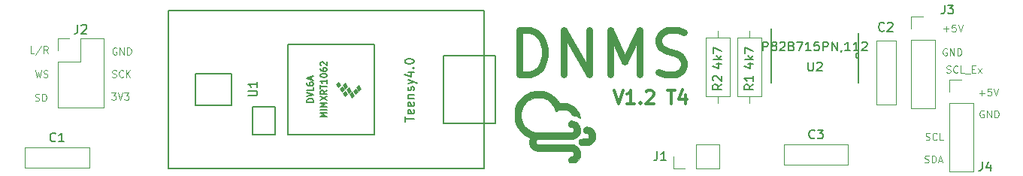
<source format=gbr>
G04 #@! TF.GenerationSoftware,KiCad,Pcbnew,(5.1.4)-1*
G04 #@! TF.CreationDate,2019-09-06T16:55:32+02:00*
G04 #@! TF.ProjectId,DNMS,444e4d53-2e6b-4696-9361-645f70636258,0.9.0*
G04 #@! TF.SameCoordinates,Original*
G04 #@! TF.FileFunction,Legend,Top*
G04 #@! TF.FilePolarity,Positive*
%FSLAX46Y46*%
G04 Gerber Fmt 4.6, Leading zero omitted, Abs format (unit mm)*
G04 Created by KiCad (PCBNEW (5.1.4)-1) date 2019-09-06 16:55:32*
%MOMM*%
%LPD*%
G04 APERTURE LIST*
%ADD10C,0.100000*%
%ADD11C,0.300000*%
%ADD12C,0.750000*%
%ADD13C,0.120000*%
%ADD14C,0.150000*%
%ADD15C,0.010000*%
%ADD16C,0.152400*%
G04 APERTURE END LIST*
D10*
X62826971Y-80321104D02*
X62446019Y-80321104D01*
X62446019Y-79521104D01*
X63665066Y-79483009D02*
X62979352Y-80511580D01*
X64388876Y-80321104D02*
X64122209Y-79940152D01*
X63931733Y-80321104D02*
X63931733Y-79521104D01*
X64236495Y-79521104D01*
X64312685Y-79559200D01*
X64350780Y-79597295D01*
X64388876Y-79673485D01*
X64388876Y-79787771D01*
X64350780Y-79863961D01*
X64312685Y-79902057D01*
X64236495Y-79940152D01*
X63931733Y-79940152D01*
X62953990Y-82264304D02*
X63144466Y-83064304D01*
X63296847Y-82492876D01*
X63449228Y-83064304D01*
X63639704Y-82264304D01*
X63906371Y-83026209D02*
X64020657Y-83064304D01*
X64211133Y-83064304D01*
X64287323Y-83026209D01*
X64325419Y-82988114D01*
X64363514Y-82911923D01*
X64363514Y-82835733D01*
X64325419Y-82759542D01*
X64287323Y-82721447D01*
X64211133Y-82683352D01*
X64058752Y-82645257D01*
X63982561Y-82607161D01*
X63944466Y-82569066D01*
X63906371Y-82492876D01*
X63906371Y-82416685D01*
X63944466Y-82340495D01*
X63982561Y-82302400D01*
X64058752Y-82264304D01*
X64249228Y-82264304D01*
X64363514Y-82302400D01*
X62947628Y-85667809D02*
X63061914Y-85705904D01*
X63252390Y-85705904D01*
X63328580Y-85667809D01*
X63366676Y-85629714D01*
X63404771Y-85553523D01*
X63404771Y-85477333D01*
X63366676Y-85401142D01*
X63328580Y-85363047D01*
X63252390Y-85324952D01*
X63100009Y-85286857D01*
X63023819Y-85248761D01*
X62985723Y-85210666D01*
X62947628Y-85134476D01*
X62947628Y-85058285D01*
X62985723Y-84982095D01*
X63023819Y-84944000D01*
X63100009Y-84905904D01*
X63290485Y-84905904D01*
X63404771Y-84944000D01*
X63747628Y-85705904D02*
X63747628Y-84905904D01*
X63938104Y-84905904D01*
X64052390Y-84944000D01*
X64128580Y-85020190D01*
X64166676Y-85096380D01*
X64204771Y-85248761D01*
X64204771Y-85363047D01*
X64166676Y-85515428D01*
X64128580Y-85591619D01*
X64052390Y-85667809D01*
X63938104Y-85705904D01*
X63747628Y-85705904D01*
D11*
X128191142Y-84522571D02*
X128691142Y-86022571D01*
X129191142Y-84522571D01*
X130476857Y-86022571D02*
X129619714Y-86022571D01*
X130048285Y-86022571D02*
X130048285Y-84522571D01*
X129905428Y-84736857D01*
X129762571Y-84879714D01*
X129619714Y-84951142D01*
X131119714Y-85879714D02*
X131191142Y-85951142D01*
X131119714Y-86022571D01*
X131048285Y-85951142D01*
X131119714Y-85879714D01*
X131119714Y-86022571D01*
X131762571Y-84665428D02*
X131834000Y-84594000D01*
X131976857Y-84522571D01*
X132334000Y-84522571D01*
X132476857Y-84594000D01*
X132548285Y-84665428D01*
X132619714Y-84808285D01*
X132619714Y-84951142D01*
X132548285Y-85165428D01*
X131691142Y-86022571D01*
X132619714Y-86022571D01*
X134191142Y-84522571D02*
X135048285Y-84522571D01*
X134619714Y-86022571D02*
X134619714Y-84522571D01*
X136191142Y-85022571D02*
X136191142Y-86022571D01*
X135834000Y-84451142D02*
X135476857Y-85522571D01*
X136405428Y-85522571D01*
D10*
X71551923Y-84778904D02*
X72047161Y-84778904D01*
X71780495Y-85083666D01*
X71894780Y-85083666D01*
X71970971Y-85121761D01*
X72009066Y-85159857D01*
X72047161Y-85236047D01*
X72047161Y-85426523D01*
X72009066Y-85502714D01*
X71970971Y-85540809D01*
X71894780Y-85578904D01*
X71666209Y-85578904D01*
X71590019Y-85540809D01*
X71551923Y-85502714D01*
X72275733Y-84778904D02*
X72542400Y-85578904D01*
X72809066Y-84778904D01*
X72999542Y-84778904D02*
X73494780Y-84778904D01*
X73228114Y-85083666D01*
X73342400Y-85083666D01*
X73418590Y-85121761D01*
X73456685Y-85159857D01*
X73494780Y-85236047D01*
X73494780Y-85426523D01*
X73456685Y-85502714D01*
X73418590Y-85540809D01*
X73342400Y-85578904D01*
X73113828Y-85578904D01*
X73037638Y-85540809D01*
X72999542Y-85502714D01*
X71615428Y-83000809D02*
X71729714Y-83038904D01*
X71920190Y-83038904D01*
X71996380Y-83000809D01*
X72034476Y-82962714D01*
X72072571Y-82886523D01*
X72072571Y-82810333D01*
X72034476Y-82734142D01*
X71996380Y-82696047D01*
X71920190Y-82657952D01*
X71767809Y-82619857D01*
X71691619Y-82581761D01*
X71653523Y-82543666D01*
X71615428Y-82467476D01*
X71615428Y-82391285D01*
X71653523Y-82315095D01*
X71691619Y-82277000D01*
X71767809Y-82238904D01*
X71958285Y-82238904D01*
X72072571Y-82277000D01*
X72872571Y-82962714D02*
X72834476Y-83000809D01*
X72720190Y-83038904D01*
X72644000Y-83038904D01*
X72529714Y-83000809D01*
X72453523Y-82924619D01*
X72415428Y-82848428D01*
X72377333Y-82696047D01*
X72377333Y-82581761D01*
X72415428Y-82429380D01*
X72453523Y-82353190D01*
X72529714Y-82277000D01*
X72644000Y-82238904D01*
X72720190Y-82238904D01*
X72834476Y-82277000D01*
X72872571Y-82315095D01*
X73215428Y-83038904D02*
X73215428Y-82238904D01*
X73672571Y-83038904D02*
X73329714Y-82581761D01*
X73672571Y-82238904D02*
X73215428Y-82696047D01*
X72110676Y-79737000D02*
X72034485Y-79698904D01*
X71920200Y-79698904D01*
X71805914Y-79737000D01*
X71729723Y-79813190D01*
X71691628Y-79889380D01*
X71653533Y-80041761D01*
X71653533Y-80156047D01*
X71691628Y-80308428D01*
X71729723Y-80384619D01*
X71805914Y-80460809D01*
X71920200Y-80498904D01*
X71996390Y-80498904D01*
X72110676Y-80460809D01*
X72148771Y-80422714D01*
X72148771Y-80156047D01*
X71996390Y-80156047D01*
X72491628Y-80498904D02*
X72491628Y-79698904D01*
X72948771Y-80498904D01*
X72948771Y-79698904D01*
X73329723Y-80498904D02*
X73329723Y-79698904D01*
X73520200Y-79698904D01*
X73634485Y-79737000D01*
X73710676Y-79813190D01*
X73748771Y-79889380D01*
X73786866Y-80041761D01*
X73786866Y-80156047D01*
X73748771Y-80308428D01*
X73710676Y-80384619D01*
X73634485Y-80460809D01*
X73520200Y-80498904D01*
X73329723Y-80498904D01*
X169280028Y-84815342D02*
X169889552Y-84815342D01*
X169584790Y-85120104D02*
X169584790Y-84510580D01*
X170651457Y-84320104D02*
X170270504Y-84320104D01*
X170232409Y-84701057D01*
X170270504Y-84662961D01*
X170346695Y-84624866D01*
X170537171Y-84624866D01*
X170613361Y-84662961D01*
X170651457Y-84701057D01*
X170689552Y-84777247D01*
X170689552Y-84967723D01*
X170651457Y-85043914D01*
X170613361Y-85082009D01*
X170537171Y-85120104D01*
X170346695Y-85120104D01*
X170270504Y-85082009D01*
X170232409Y-85043914D01*
X170918123Y-84320104D02*
X171184790Y-85120104D01*
X171451457Y-84320104D01*
X169800676Y-86796600D02*
X169724485Y-86758504D01*
X169610200Y-86758504D01*
X169495914Y-86796600D01*
X169419723Y-86872790D01*
X169381628Y-86948980D01*
X169343533Y-87101361D01*
X169343533Y-87215647D01*
X169381628Y-87368028D01*
X169419723Y-87444219D01*
X169495914Y-87520409D01*
X169610200Y-87558504D01*
X169686390Y-87558504D01*
X169800676Y-87520409D01*
X169838771Y-87482314D01*
X169838771Y-87215647D01*
X169686390Y-87215647D01*
X170181628Y-87558504D02*
X170181628Y-86758504D01*
X170638771Y-87558504D01*
X170638771Y-86758504D01*
X171019723Y-87558504D02*
X171019723Y-86758504D01*
X171210200Y-86758504D01*
X171324485Y-86796600D01*
X171400676Y-86872790D01*
X171438771Y-86948980D01*
X171476866Y-87101361D01*
X171476866Y-87215647D01*
X171438771Y-87368028D01*
X171400676Y-87444219D01*
X171324485Y-87520409D01*
X171210200Y-87558504D01*
X171019723Y-87558504D01*
X165622542Y-82516609D02*
X165736828Y-82554704D01*
X165927304Y-82554704D01*
X166003495Y-82516609D01*
X166041590Y-82478514D01*
X166079685Y-82402323D01*
X166079685Y-82326133D01*
X166041590Y-82249942D01*
X166003495Y-82211847D01*
X165927304Y-82173752D01*
X165774923Y-82135657D01*
X165698733Y-82097561D01*
X165660638Y-82059466D01*
X165622542Y-81983276D01*
X165622542Y-81907085D01*
X165660638Y-81830895D01*
X165698733Y-81792800D01*
X165774923Y-81754704D01*
X165965400Y-81754704D01*
X166079685Y-81792800D01*
X166879685Y-82478514D02*
X166841590Y-82516609D01*
X166727304Y-82554704D01*
X166651114Y-82554704D01*
X166536828Y-82516609D01*
X166460638Y-82440419D01*
X166422542Y-82364228D01*
X166384447Y-82211847D01*
X166384447Y-82097561D01*
X166422542Y-81945180D01*
X166460638Y-81868990D01*
X166536828Y-81792800D01*
X166651114Y-81754704D01*
X166727304Y-81754704D01*
X166841590Y-81792800D01*
X166879685Y-81830895D01*
X167603495Y-82554704D02*
X167222542Y-82554704D01*
X167222542Y-81754704D01*
X167679685Y-82630895D02*
X168289209Y-82630895D01*
X168479685Y-82135657D02*
X168746352Y-82135657D01*
X168860638Y-82554704D02*
X168479685Y-82554704D01*
X168479685Y-81754704D01*
X168860638Y-81754704D01*
X169127304Y-82554704D02*
X169546352Y-82021371D01*
X169127304Y-82021371D02*
X169546352Y-82554704D01*
X163139571Y-92625809D02*
X163253857Y-92663904D01*
X163444333Y-92663904D01*
X163520523Y-92625809D01*
X163558619Y-92587714D01*
X163596714Y-92511523D01*
X163596714Y-92435333D01*
X163558619Y-92359142D01*
X163520523Y-92321047D01*
X163444333Y-92282952D01*
X163291952Y-92244857D01*
X163215761Y-92206761D01*
X163177666Y-92168666D01*
X163139571Y-92092476D01*
X163139571Y-92016285D01*
X163177666Y-91940095D01*
X163215761Y-91902000D01*
X163291952Y-91863904D01*
X163482428Y-91863904D01*
X163596714Y-91902000D01*
X163939571Y-92663904D02*
X163939571Y-91863904D01*
X164130047Y-91863904D01*
X164244333Y-91902000D01*
X164320523Y-91978190D01*
X164358619Y-92054380D01*
X164396714Y-92206761D01*
X164396714Y-92321047D01*
X164358619Y-92473428D01*
X164320523Y-92549619D01*
X164244333Y-92625809D01*
X164130047Y-92663904D01*
X163939571Y-92663904D01*
X164701476Y-92435333D02*
X165082428Y-92435333D01*
X164625285Y-92663904D02*
X164891952Y-91863904D01*
X165158619Y-92663904D01*
X163260219Y-90085809D02*
X163374504Y-90123904D01*
X163564980Y-90123904D01*
X163641171Y-90085809D01*
X163679266Y-90047714D01*
X163717361Y-89971523D01*
X163717361Y-89895333D01*
X163679266Y-89819142D01*
X163641171Y-89781047D01*
X163564980Y-89742952D01*
X163412600Y-89704857D01*
X163336409Y-89666761D01*
X163298314Y-89628666D01*
X163260219Y-89552476D01*
X163260219Y-89476285D01*
X163298314Y-89400095D01*
X163336409Y-89362000D01*
X163412600Y-89323904D01*
X163603076Y-89323904D01*
X163717361Y-89362000D01*
X164517361Y-90047714D02*
X164479266Y-90085809D01*
X164364980Y-90123904D01*
X164288790Y-90123904D01*
X164174504Y-90085809D01*
X164098314Y-90009619D01*
X164060219Y-89933428D01*
X164022123Y-89781047D01*
X164022123Y-89666761D01*
X164060219Y-89514380D01*
X164098314Y-89438190D01*
X164174504Y-89362000D01*
X164288790Y-89323904D01*
X164364980Y-89323904D01*
X164479266Y-89362000D01*
X164517361Y-89400095D01*
X165241171Y-90123904D02*
X164860219Y-90123904D01*
X164860219Y-89323904D01*
X165635076Y-79837000D02*
X165558885Y-79798904D01*
X165444600Y-79798904D01*
X165330314Y-79837000D01*
X165254123Y-79913190D01*
X165216028Y-79989380D01*
X165177933Y-80141761D01*
X165177933Y-80256047D01*
X165216028Y-80408428D01*
X165254123Y-80484619D01*
X165330314Y-80560809D01*
X165444600Y-80598904D01*
X165520790Y-80598904D01*
X165635076Y-80560809D01*
X165673171Y-80522714D01*
X165673171Y-80256047D01*
X165520790Y-80256047D01*
X166016028Y-80598904D02*
X166016028Y-79798904D01*
X166473171Y-80598904D01*
X166473171Y-79798904D01*
X166854123Y-80598904D02*
X166854123Y-79798904D01*
X167044600Y-79798904D01*
X167158885Y-79837000D01*
X167235076Y-79913190D01*
X167273171Y-79989380D01*
X167311266Y-80141761D01*
X167311266Y-80256047D01*
X167273171Y-80408428D01*
X167235076Y-80484619D01*
X167158885Y-80560809D01*
X167044600Y-80598904D01*
X166854123Y-80598904D01*
X165266828Y-77601742D02*
X165876352Y-77601742D01*
X165571590Y-77906504D02*
X165571590Y-77296980D01*
X166638257Y-77106504D02*
X166257304Y-77106504D01*
X166219209Y-77487457D01*
X166257304Y-77449361D01*
X166333495Y-77411266D01*
X166523971Y-77411266D01*
X166600161Y-77449361D01*
X166638257Y-77487457D01*
X166676352Y-77563647D01*
X166676352Y-77754123D01*
X166638257Y-77830314D01*
X166600161Y-77868409D01*
X166523971Y-77906504D01*
X166333495Y-77906504D01*
X166257304Y-77868409D01*
X166219209Y-77830314D01*
X166904923Y-77106504D02*
X167171590Y-77906504D01*
X167438257Y-77106504D01*
D12*
X117479333Y-82752904D02*
X117479333Y-77752904D01*
X118669809Y-77752904D01*
X119384095Y-77991000D01*
X119860285Y-78467190D01*
X120098380Y-78943380D01*
X120336476Y-79895761D01*
X120336476Y-80610047D01*
X120098380Y-81562428D01*
X119860285Y-82038619D01*
X119384095Y-82514809D01*
X118669809Y-82752904D01*
X117479333Y-82752904D01*
X122479333Y-82752904D02*
X122479333Y-77752904D01*
X125336476Y-82752904D01*
X125336476Y-77752904D01*
X127717428Y-82752904D02*
X127717428Y-77752904D01*
X129384095Y-81324333D01*
X131050761Y-77752904D01*
X131050761Y-82752904D01*
X133193619Y-82514809D02*
X133907904Y-82752904D01*
X135098380Y-82752904D01*
X135574571Y-82514809D01*
X135812666Y-82276714D01*
X136050761Y-81800523D01*
X136050761Y-81324333D01*
X135812666Y-80848142D01*
X135574571Y-80610047D01*
X135098380Y-80371952D01*
X134146000Y-80133857D01*
X133669809Y-79895761D01*
X133431714Y-79657666D01*
X133193619Y-79181476D01*
X133193619Y-78705285D01*
X133431714Y-78229095D01*
X133669809Y-77991000D01*
X134146000Y-77752904D01*
X135336476Y-77752904D01*
X136050761Y-77991000D01*
D13*
X154532200Y-90650200D02*
X154532200Y-92890200D01*
X147292200Y-90650200D02*
X147292200Y-92890200D01*
X147292200Y-92890200D02*
X154532200Y-92890200D01*
X147292200Y-90650200D02*
X154532200Y-90650200D01*
D10*
G36*
X99669600Y-84302600D02*
G01*
X99415600Y-84556600D01*
X99161600Y-84175600D01*
X99415600Y-83921600D01*
X99669600Y-84302600D01*
G37*
X99669600Y-84302600D02*
X99415600Y-84556600D01*
X99161600Y-84175600D01*
X99415600Y-83921600D01*
X99669600Y-84302600D01*
G36*
X99288600Y-84683600D02*
G01*
X99034600Y-84937600D01*
X98780600Y-84556600D01*
X99034600Y-84302600D01*
X99288600Y-84683600D01*
G37*
X99288600Y-84683600D02*
X99034600Y-84937600D01*
X98780600Y-84556600D01*
X99034600Y-84302600D01*
X99288600Y-84683600D01*
G36*
X97383600Y-83921600D02*
G01*
X97129600Y-84175600D01*
X96875600Y-83794600D01*
X97129600Y-83540600D01*
X97383600Y-83921600D01*
G37*
X97383600Y-83921600D02*
X97129600Y-84175600D01*
X96875600Y-83794600D01*
X97129600Y-83540600D01*
X97383600Y-83921600D01*
G36*
X97764600Y-84429600D02*
G01*
X97510600Y-84683600D01*
X97256600Y-84302600D01*
X97510600Y-84048600D01*
X97764600Y-84429600D01*
G37*
X97764600Y-84429600D02*
X97510600Y-84683600D01*
X97256600Y-84302600D01*
X97510600Y-84048600D01*
X97764600Y-84429600D01*
G36*
X98145600Y-84937600D02*
G01*
X97891600Y-85191600D01*
X97637600Y-84810600D01*
X97891600Y-84556600D01*
X98145600Y-84937600D01*
G37*
X98145600Y-84937600D02*
X97891600Y-85191600D01*
X97637600Y-84810600D01*
X97891600Y-84556600D01*
X98145600Y-84937600D01*
G36*
X98145600Y-84048600D02*
G01*
X97891600Y-84302600D01*
X97637600Y-83921600D01*
X97891600Y-83667600D01*
X98145600Y-84048600D01*
G37*
X98145600Y-84048600D02*
X97891600Y-84302600D01*
X97637600Y-83921600D01*
X97891600Y-83667600D01*
X98145600Y-84048600D01*
G36*
X98526600Y-84556600D02*
G01*
X98272600Y-84810600D01*
X98018600Y-84429600D01*
X98272600Y-84175600D01*
X98526600Y-84556600D01*
G37*
X98526600Y-84556600D02*
X98272600Y-84810600D01*
X98018600Y-84429600D01*
X98272600Y-84175600D01*
X98526600Y-84556600D01*
G36*
X98907600Y-85064600D02*
G01*
X98653600Y-85318600D01*
X98399600Y-84937600D01*
X98653600Y-84683600D01*
X98907600Y-85064600D01*
G37*
X98907600Y-85064600D02*
X98653600Y-85318600D01*
X98399600Y-84937600D01*
X98653600Y-84683600D01*
X98907600Y-85064600D01*
D14*
X90017600Y-86334600D02*
X90017600Y-89509600D01*
X87477600Y-86334600D02*
X90017600Y-86334600D01*
X87477600Y-89509600D02*
X87477600Y-86334600D01*
X90017600Y-89509600D02*
X87477600Y-89509600D01*
X113512600Y-75539600D02*
X113512600Y-93319600D01*
X77952600Y-75539600D02*
X113512600Y-75539600D01*
X77952600Y-93319600D02*
X77952600Y-75539600D01*
X113512600Y-93319600D02*
X77952600Y-93319600D01*
X91414600Y-79349600D02*
X101193600Y-79349600D01*
X91414600Y-89509600D02*
X101193600Y-89509600D01*
X101193600Y-89509600D02*
X101193600Y-79349600D01*
X91414600Y-79349600D02*
X91414600Y-89509600D01*
X85064600Y-86207600D02*
X81000600Y-86207600D01*
X85064600Y-82651600D02*
X85064600Y-86207600D01*
X81000600Y-82651600D02*
X85064600Y-82651600D01*
X81000600Y-86207600D02*
X81000600Y-82651600D01*
X108940600Y-80619600D02*
X113512600Y-80619600D01*
X108940600Y-88239600D02*
X113512600Y-88239600D01*
X108940600Y-80619600D02*
X108940600Y-88239600D01*
X114782600Y-88239600D02*
X113512600Y-88239600D01*
X114782600Y-80619600D02*
X114782600Y-88239600D01*
X113512600Y-80619600D02*
X114782600Y-80619600D01*
D13*
X65472000Y-78680000D02*
X66802000Y-78680000D01*
X65472000Y-80010000D02*
X65472000Y-78680000D01*
X68072000Y-78680000D02*
X70672000Y-78680000D01*
X68072000Y-81280000D02*
X68072000Y-78680000D01*
X65472000Y-81280000D02*
X68072000Y-81280000D01*
X70672000Y-78680000D02*
X70672000Y-86420000D01*
X65472000Y-81280000D02*
X65472000Y-86420000D01*
X65472000Y-86420000D02*
X70672000Y-86420000D01*
X157707800Y-78917600D02*
X159947800Y-78917600D01*
X157707800Y-86157600D02*
X159947800Y-86157600D01*
X159947800Y-86157600D02*
X159947800Y-78917600D01*
X157707800Y-86157600D02*
X157707800Y-78917600D01*
X69035800Y-90980400D02*
X69035800Y-93220400D01*
X61795800Y-90980400D02*
X61795800Y-93220400D01*
X61795800Y-93220400D02*
X69035800Y-93220400D01*
X61795800Y-90980400D02*
X69035800Y-90980400D01*
D15*
G36*
X125245429Y-88633740D02*
G01*
X125361483Y-88672012D01*
X125587414Y-88780127D01*
X125767540Y-88919529D01*
X125916516Y-89102100D01*
X125943053Y-89143528D01*
X125977482Y-89210671D01*
X126000380Y-89289588D01*
X126014816Y-89396584D01*
X126023860Y-89547968D01*
X126025086Y-89579396D01*
X126027066Y-89782801D01*
X126013032Y-89940347D01*
X125978765Y-90068572D01*
X125920047Y-90184011D01*
X125844085Y-90289050D01*
X125763277Y-90386765D01*
X125696138Y-90454704D01*
X125621535Y-90510392D01*
X125518334Y-90571355D01*
X125474425Y-90595604D01*
X125406744Y-90630562D01*
X125343835Y-90655035D01*
X125271966Y-90671211D01*
X125177406Y-90681276D01*
X125046426Y-90687419D01*
X124871175Y-90691707D01*
X124704259Y-90693029D01*
X124555778Y-90690356D01*
X124439477Y-90684213D01*
X124369103Y-90675125D01*
X124359622Y-90672175D01*
X124256093Y-90596387D01*
X124186647Y-90482656D01*
X124155067Y-90348846D01*
X124165139Y-90212820D01*
X124220648Y-90092444D01*
X124233413Y-90076507D01*
X124268982Y-90038488D01*
X124306856Y-90012464D01*
X124359969Y-89995385D01*
X124441258Y-89984203D01*
X124563659Y-89975866D01*
X124685851Y-89969852D01*
X124901053Y-89955732D01*
X125060659Y-89933541D01*
X125172456Y-89899082D01*
X125244231Y-89848155D01*
X125283768Y-89776563D01*
X125298854Y-89680107D01*
X125299800Y-89638819D01*
X125272801Y-89518833D01*
X125200914Y-89425744D01*
X125097801Y-89374122D01*
X125046126Y-89368300D01*
X124946587Y-89350398D01*
X124862120Y-89312750D01*
X124751492Y-89226616D01*
X124690580Y-89133804D01*
X124667315Y-89012979D01*
X124665856Y-88965799D01*
X124669489Y-88863960D01*
X124690243Y-88797976D01*
X124740416Y-88740386D01*
X124783159Y-88703861D01*
X124913875Y-88628955D01*
X125065747Y-88605703D01*
X125245429Y-88633740D01*
X125245429Y-88633740D01*
G37*
X125245429Y-88633740D02*
X125361483Y-88672012D01*
X125587414Y-88780127D01*
X125767540Y-88919529D01*
X125916516Y-89102100D01*
X125943053Y-89143528D01*
X125977482Y-89210671D01*
X126000380Y-89289588D01*
X126014816Y-89396584D01*
X126023860Y-89547968D01*
X126025086Y-89579396D01*
X126027066Y-89782801D01*
X126013032Y-89940347D01*
X125978765Y-90068572D01*
X125920047Y-90184011D01*
X125844085Y-90289050D01*
X125763277Y-90386765D01*
X125696138Y-90454704D01*
X125621535Y-90510392D01*
X125518334Y-90571355D01*
X125474425Y-90595604D01*
X125406744Y-90630562D01*
X125343835Y-90655035D01*
X125271966Y-90671211D01*
X125177406Y-90681276D01*
X125046426Y-90687419D01*
X124871175Y-90691707D01*
X124704259Y-90693029D01*
X124555778Y-90690356D01*
X124439477Y-90684213D01*
X124369103Y-90675125D01*
X124359622Y-90672175D01*
X124256093Y-90596387D01*
X124186647Y-90482656D01*
X124155067Y-90348846D01*
X124165139Y-90212820D01*
X124220648Y-90092444D01*
X124233413Y-90076507D01*
X124268982Y-90038488D01*
X124306856Y-90012464D01*
X124359969Y-89995385D01*
X124441258Y-89984203D01*
X124563659Y-89975866D01*
X124685851Y-89969852D01*
X124901053Y-89955732D01*
X125060659Y-89933541D01*
X125172456Y-89899082D01*
X125244231Y-89848155D01*
X125283768Y-89776563D01*
X125298854Y-89680107D01*
X125299800Y-89638819D01*
X125272801Y-89518833D01*
X125200914Y-89425744D01*
X125097801Y-89374122D01*
X125046126Y-89368300D01*
X124946587Y-89350398D01*
X124862120Y-89312750D01*
X124751492Y-89226616D01*
X124690580Y-89133804D01*
X124667315Y-89012979D01*
X124665856Y-88965799D01*
X124669489Y-88863960D01*
X124690243Y-88797976D01*
X124740416Y-88740386D01*
X124783159Y-88703861D01*
X124913875Y-88628955D01*
X125065747Y-88605703D01*
X125245429Y-88633740D01*
G36*
X119923959Y-84613785D02*
G01*
X120172561Y-84636623D01*
X120386919Y-84672640D01*
X120555714Y-84720161D01*
X120622696Y-84749368D01*
X120692621Y-84782081D01*
X120736859Y-84796097D01*
X120737216Y-84796104D01*
X120774244Y-84811125D01*
X120852235Y-84851196D01*
X120957457Y-84909111D01*
X121014399Y-84941590D01*
X121236402Y-85089034D01*
X121459445Y-85271646D01*
X121664931Y-85472369D01*
X121834260Y-85674149D01*
X121872887Y-85728851D01*
X122009754Y-85932147D01*
X122313339Y-85930727D01*
X122504246Y-85936491D01*
X122692030Y-85953917D01*
X122859861Y-85980583D01*
X122990908Y-86014069D01*
X123043657Y-86035781D01*
X123100056Y-86063429D01*
X123189620Y-86105470D01*
X123247784Y-86132195D01*
X123327139Y-86175548D01*
X123429992Y-86241610D01*
X123544125Y-86321235D01*
X123657318Y-86405275D01*
X123757353Y-86484581D01*
X123832011Y-86550007D01*
X123869073Y-86592403D01*
X123871050Y-86598819D01*
X123890690Y-86635939D01*
X123938755Y-86695464D01*
X123946550Y-86703997D01*
X124011268Y-86788867D01*
X124087053Y-86910429D01*
X124163897Y-87049800D01*
X124231794Y-87188099D01*
X124280735Y-87306443D01*
X124298498Y-87368050D01*
X124323177Y-87466433D01*
X124353860Y-87549281D01*
X124354488Y-87550564D01*
X124376583Y-87615165D01*
X124356993Y-87639394D01*
X124292734Y-87623786D01*
X124198702Y-87578502D01*
X124026880Y-87491214D01*
X123888513Y-87432033D01*
X123764344Y-87393660D01*
X123652356Y-87371440D01*
X123531175Y-87341992D01*
X123455839Y-87295699D01*
X123433770Y-87269314D01*
X123300012Y-87099473D01*
X123150771Y-86960316D01*
X122970406Y-86839610D01*
X122743273Y-86725117D01*
X122731023Y-86719611D01*
X122667190Y-86704963D01*
X122557848Y-86693453D01*
X122420967Y-86686627D01*
X122334148Y-86685425D01*
X122160775Y-86688923D01*
X122027541Y-86703180D01*
X121911288Y-86733836D01*
X121788860Y-86786533D01*
X121675401Y-86845902D01*
X121604118Y-86881842D01*
X121569066Y-86879232D01*
X121551694Y-86828600D01*
X121543205Y-86778397D01*
X121508230Y-86655521D01*
X121442673Y-86501974D01*
X121356219Y-86336187D01*
X121258555Y-86176586D01*
X121159369Y-86041600D01*
X121150182Y-86030683D01*
X120979183Y-85853786D01*
X120787607Y-85694552D01*
X120595515Y-85568846D01*
X120513028Y-85526885D01*
X120415670Y-85481849D01*
X120336169Y-85443768D01*
X120309773Y-85430418D01*
X120209336Y-85395612D01*
X120061090Y-85368065D01*
X119880477Y-85349394D01*
X119682935Y-85341216D01*
X119491904Y-85344728D01*
X119184578Y-85379443D01*
X118913459Y-85453447D01*
X118660968Y-85572273D01*
X118549425Y-85641388D01*
X118427972Y-85733938D01*
X118295671Y-85853822D01*
X118167544Y-85985469D01*
X118058611Y-86113306D01*
X117983893Y-86221763D01*
X117976721Y-86235092D01*
X117937069Y-86306695D01*
X117907784Y-86349642D01*
X117905259Y-86352050D01*
X117879002Y-86394191D01*
X117841090Y-86479462D01*
X117798195Y-86590195D01*
X117756987Y-86708721D01*
X117724137Y-86817371D01*
X117713471Y-86860050D01*
X117693896Y-86990786D01*
X117684201Y-87152879D01*
X117683598Y-87331787D01*
X117691302Y-87512964D01*
X117706527Y-87681866D01*
X117728486Y-87823951D01*
X117756395Y-87924674D01*
X117772662Y-87955425D01*
X117798924Y-88004602D01*
X117832893Y-88084131D01*
X117838364Y-88098300D01*
X117949576Y-88319614D01*
X118109764Y-88540391D01*
X118305873Y-88746503D01*
X118524849Y-88923824D01*
X118701224Y-89032060D01*
X118789355Y-89078142D01*
X118869539Y-89117940D01*
X118946984Y-89151914D01*
X119026898Y-89180526D01*
X119114488Y-89204236D01*
X119214960Y-89223504D01*
X119333524Y-89238792D01*
X119475386Y-89250559D01*
X119645753Y-89259266D01*
X119849834Y-89265375D01*
X120092835Y-89269345D01*
X120379964Y-89271637D01*
X120716429Y-89272712D01*
X121107436Y-89273030D01*
X121425684Y-89273050D01*
X123449027Y-89273050D01*
X123533038Y-89195191D01*
X123591292Y-89123731D01*
X123614714Y-89036612D01*
X123617050Y-88978475D01*
X123594508Y-88847260D01*
X123524599Y-88755060D01*
X123403892Y-88698337D01*
X123330943Y-88683271D01*
X123172999Y-88629740D01*
X123085237Y-88564330D01*
X123021521Y-88495265D01*
X122991341Y-88427946D01*
X122983122Y-88333134D01*
X122983106Y-88306384D01*
X122999959Y-88165724D01*
X123055416Y-88063600D01*
X123160090Y-87983704D01*
X123209659Y-87958286D01*
X123271024Y-87932022D01*
X123325382Y-87921149D01*
X123391944Y-87926086D01*
X123489920Y-87947252D01*
X123564365Y-87966015D01*
X123823559Y-88059602D01*
X124034853Y-88194421D01*
X124196962Y-88368834D01*
X124308599Y-88581203D01*
X124368479Y-88829888D01*
X124379050Y-89003933D01*
X124375767Y-89127624D01*
X124367026Y-89225327D01*
X124354488Y-89280979D01*
X124349742Y-89287415D01*
X124322070Y-89329072D01*
X124300917Y-89394394D01*
X124260892Y-89483310D01*
X124182542Y-89592465D01*
X124079962Y-89706260D01*
X123967245Y-89809093D01*
X123858487Y-89885365D01*
X123856152Y-89886678D01*
X123801447Y-89916007D01*
X123746677Y-89941198D01*
X123686781Y-89962568D01*
X123616696Y-89980428D01*
X123531359Y-89995093D01*
X123425709Y-90006876D01*
X123294681Y-90016091D01*
X123133214Y-90023051D01*
X122936244Y-90028071D01*
X122698711Y-90031463D01*
X122415550Y-90033542D01*
X122081699Y-90034620D01*
X121692097Y-90035013D01*
X121461123Y-90035050D01*
X119530572Y-90035050D01*
X119446561Y-90112908D01*
X119379847Y-90214523D01*
X119360982Y-90337951D01*
X119390946Y-90462161D01*
X119427491Y-90521795D01*
X119492432Y-90604355D01*
X121546803Y-90613390D01*
X123601175Y-90622425D01*
X123798876Y-90728887D01*
X124016316Y-90877562D01*
X124185336Y-91058392D01*
X124304660Y-91263283D01*
X124373012Y-91484140D01*
X124389116Y-91712868D01*
X124351695Y-91941371D01*
X124259473Y-92161556D01*
X124111173Y-92365327D01*
X124064475Y-92413450D01*
X123905879Y-92541683D01*
X123735011Y-92622900D01*
X123535642Y-92663182D01*
X123379209Y-92670300D01*
X123257111Y-92667986D01*
X123178715Y-92657288D01*
X123124281Y-92632569D01*
X123074070Y-92588191D01*
X123067365Y-92581250D01*
X123012119Y-92509321D01*
X122987064Y-92427980D01*
X122982050Y-92333190D01*
X123001036Y-92198584D01*
X123062401Y-92096003D01*
X123172749Y-92018651D01*
X123338686Y-91959731D01*
X123347175Y-91957506D01*
X123455006Y-91922829D01*
X123540109Y-91883318D01*
X123577362Y-91854524D01*
X123605713Y-91778806D01*
X123615970Y-91672084D01*
X123607410Y-91564434D01*
X123585970Y-91496802D01*
X123569726Y-91471169D01*
X123547368Y-91449192D01*
X123514217Y-91430590D01*
X123465594Y-91415082D01*
X123396820Y-91402390D01*
X123303216Y-91392232D01*
X123180103Y-91384328D01*
X123022801Y-91378398D01*
X122826633Y-91374163D01*
X122586918Y-91371341D01*
X122298979Y-91369653D01*
X121958135Y-91368819D01*
X121559708Y-91368558D01*
X121444107Y-91368550D01*
X121020718Y-91368449D01*
X120655840Y-91367854D01*
X120344482Y-91366321D01*
X120081656Y-91363408D01*
X119862372Y-91358671D01*
X119681640Y-91351668D01*
X119534470Y-91341957D01*
X119415875Y-91329094D01*
X119320863Y-91312637D01*
X119244445Y-91292143D01*
X119181632Y-91267170D01*
X119127434Y-91237275D01*
X119076862Y-91202015D01*
X119024926Y-91160948D01*
X119015221Y-91153046D01*
X118875559Y-91031604D01*
X118780495Y-90928587D01*
X118719356Y-90831154D01*
X118692938Y-90765300D01*
X118661376Y-90683407D01*
X118631876Y-90628163D01*
X118628464Y-90624012D01*
X118610275Y-90570853D01*
X118601254Y-90473203D01*
X118600783Y-90349313D01*
X118608243Y-90217432D01*
X118623015Y-90095813D01*
X118644480Y-90002705D01*
X118650034Y-89987870D01*
X118678799Y-89912315D01*
X118690651Y-89867170D01*
X118689722Y-89862484D01*
X118657788Y-89846586D01*
X118585903Y-89812995D01*
X118521175Y-89783352D01*
X118266541Y-89646837D01*
X118012051Y-89472789D01*
X117773131Y-89274048D01*
X117565205Y-89063453D01*
X117403697Y-88853845D01*
X117402735Y-88852363D01*
X117349406Y-88771843D01*
X117310073Y-88715636D01*
X117298775Y-88701550D01*
X117277727Y-88666649D01*
X117238725Y-88590811D01*
X117192465Y-88495175D01*
X117141087Y-88387279D01*
X117096680Y-88295898D01*
X117071637Y-88246202D01*
X117032310Y-88136440D01*
X116999959Y-87976565D01*
X116975187Y-87779643D01*
X116958601Y-87558741D01*
X116950804Y-87326924D01*
X116952402Y-87097260D01*
X116964000Y-86882813D01*
X116986202Y-86696652D01*
X116997177Y-86637790D01*
X117101076Y-86292873D01*
X117262025Y-85959817D01*
X117473719Y-85646164D01*
X117729853Y-85359460D01*
X118024125Y-85107247D01*
X118350228Y-84897070D01*
X118525309Y-84809160D01*
X118743702Y-84722583D01*
X118968654Y-84662035D01*
X119215990Y-84624661D01*
X119501531Y-84607607D01*
X119652431Y-84605799D01*
X119923959Y-84613785D01*
X119923959Y-84613785D01*
G37*
X119923959Y-84613785D02*
X120172561Y-84636623D01*
X120386919Y-84672640D01*
X120555714Y-84720161D01*
X120622696Y-84749368D01*
X120692621Y-84782081D01*
X120736859Y-84796097D01*
X120737216Y-84796104D01*
X120774244Y-84811125D01*
X120852235Y-84851196D01*
X120957457Y-84909111D01*
X121014399Y-84941590D01*
X121236402Y-85089034D01*
X121459445Y-85271646D01*
X121664931Y-85472369D01*
X121834260Y-85674149D01*
X121872887Y-85728851D01*
X122009754Y-85932147D01*
X122313339Y-85930727D01*
X122504246Y-85936491D01*
X122692030Y-85953917D01*
X122859861Y-85980583D01*
X122990908Y-86014069D01*
X123043657Y-86035781D01*
X123100056Y-86063429D01*
X123189620Y-86105470D01*
X123247784Y-86132195D01*
X123327139Y-86175548D01*
X123429992Y-86241610D01*
X123544125Y-86321235D01*
X123657318Y-86405275D01*
X123757353Y-86484581D01*
X123832011Y-86550007D01*
X123869073Y-86592403D01*
X123871050Y-86598819D01*
X123890690Y-86635939D01*
X123938755Y-86695464D01*
X123946550Y-86703997D01*
X124011268Y-86788867D01*
X124087053Y-86910429D01*
X124163897Y-87049800D01*
X124231794Y-87188099D01*
X124280735Y-87306443D01*
X124298498Y-87368050D01*
X124323177Y-87466433D01*
X124353860Y-87549281D01*
X124354488Y-87550564D01*
X124376583Y-87615165D01*
X124356993Y-87639394D01*
X124292734Y-87623786D01*
X124198702Y-87578502D01*
X124026880Y-87491214D01*
X123888513Y-87432033D01*
X123764344Y-87393660D01*
X123652356Y-87371440D01*
X123531175Y-87341992D01*
X123455839Y-87295699D01*
X123433770Y-87269314D01*
X123300012Y-87099473D01*
X123150771Y-86960316D01*
X122970406Y-86839610D01*
X122743273Y-86725117D01*
X122731023Y-86719611D01*
X122667190Y-86704963D01*
X122557848Y-86693453D01*
X122420967Y-86686627D01*
X122334148Y-86685425D01*
X122160775Y-86688923D01*
X122027541Y-86703180D01*
X121911288Y-86733836D01*
X121788860Y-86786533D01*
X121675401Y-86845902D01*
X121604118Y-86881842D01*
X121569066Y-86879232D01*
X121551694Y-86828600D01*
X121543205Y-86778397D01*
X121508230Y-86655521D01*
X121442673Y-86501974D01*
X121356219Y-86336187D01*
X121258555Y-86176586D01*
X121159369Y-86041600D01*
X121150182Y-86030683D01*
X120979183Y-85853786D01*
X120787607Y-85694552D01*
X120595515Y-85568846D01*
X120513028Y-85526885D01*
X120415670Y-85481849D01*
X120336169Y-85443768D01*
X120309773Y-85430418D01*
X120209336Y-85395612D01*
X120061090Y-85368065D01*
X119880477Y-85349394D01*
X119682935Y-85341216D01*
X119491904Y-85344728D01*
X119184578Y-85379443D01*
X118913459Y-85453447D01*
X118660968Y-85572273D01*
X118549425Y-85641388D01*
X118427972Y-85733938D01*
X118295671Y-85853822D01*
X118167544Y-85985469D01*
X118058611Y-86113306D01*
X117983893Y-86221763D01*
X117976721Y-86235092D01*
X117937069Y-86306695D01*
X117907784Y-86349642D01*
X117905259Y-86352050D01*
X117879002Y-86394191D01*
X117841090Y-86479462D01*
X117798195Y-86590195D01*
X117756987Y-86708721D01*
X117724137Y-86817371D01*
X117713471Y-86860050D01*
X117693896Y-86990786D01*
X117684201Y-87152879D01*
X117683598Y-87331787D01*
X117691302Y-87512964D01*
X117706527Y-87681866D01*
X117728486Y-87823951D01*
X117756395Y-87924674D01*
X117772662Y-87955425D01*
X117798924Y-88004602D01*
X117832893Y-88084131D01*
X117838364Y-88098300D01*
X117949576Y-88319614D01*
X118109764Y-88540391D01*
X118305873Y-88746503D01*
X118524849Y-88923824D01*
X118701224Y-89032060D01*
X118789355Y-89078142D01*
X118869539Y-89117940D01*
X118946984Y-89151914D01*
X119026898Y-89180526D01*
X119114488Y-89204236D01*
X119214960Y-89223504D01*
X119333524Y-89238792D01*
X119475386Y-89250559D01*
X119645753Y-89259266D01*
X119849834Y-89265375D01*
X120092835Y-89269345D01*
X120379964Y-89271637D01*
X120716429Y-89272712D01*
X121107436Y-89273030D01*
X121425684Y-89273050D01*
X123449027Y-89273050D01*
X123533038Y-89195191D01*
X123591292Y-89123731D01*
X123614714Y-89036612D01*
X123617050Y-88978475D01*
X123594508Y-88847260D01*
X123524599Y-88755060D01*
X123403892Y-88698337D01*
X123330943Y-88683271D01*
X123172999Y-88629740D01*
X123085237Y-88564330D01*
X123021521Y-88495265D01*
X122991341Y-88427946D01*
X122983122Y-88333134D01*
X122983106Y-88306384D01*
X122999959Y-88165724D01*
X123055416Y-88063600D01*
X123160090Y-87983704D01*
X123209659Y-87958286D01*
X123271024Y-87932022D01*
X123325382Y-87921149D01*
X123391944Y-87926086D01*
X123489920Y-87947252D01*
X123564365Y-87966015D01*
X123823559Y-88059602D01*
X124034853Y-88194421D01*
X124196962Y-88368834D01*
X124308599Y-88581203D01*
X124368479Y-88829888D01*
X124379050Y-89003933D01*
X124375767Y-89127624D01*
X124367026Y-89225327D01*
X124354488Y-89280979D01*
X124349742Y-89287415D01*
X124322070Y-89329072D01*
X124300917Y-89394394D01*
X124260892Y-89483310D01*
X124182542Y-89592465D01*
X124079962Y-89706260D01*
X123967245Y-89809093D01*
X123858487Y-89885365D01*
X123856152Y-89886678D01*
X123801447Y-89916007D01*
X123746677Y-89941198D01*
X123686781Y-89962568D01*
X123616696Y-89980428D01*
X123531359Y-89995093D01*
X123425709Y-90006876D01*
X123294681Y-90016091D01*
X123133214Y-90023051D01*
X122936244Y-90028071D01*
X122698711Y-90031463D01*
X122415550Y-90033542D01*
X122081699Y-90034620D01*
X121692097Y-90035013D01*
X121461123Y-90035050D01*
X119530572Y-90035050D01*
X119446561Y-90112908D01*
X119379847Y-90214523D01*
X119360982Y-90337951D01*
X119390946Y-90462161D01*
X119427491Y-90521795D01*
X119492432Y-90604355D01*
X121546803Y-90613390D01*
X123601175Y-90622425D01*
X123798876Y-90728887D01*
X124016316Y-90877562D01*
X124185336Y-91058392D01*
X124304660Y-91263283D01*
X124373012Y-91484140D01*
X124389116Y-91712868D01*
X124351695Y-91941371D01*
X124259473Y-92161556D01*
X124111173Y-92365327D01*
X124064475Y-92413450D01*
X123905879Y-92541683D01*
X123735011Y-92622900D01*
X123535642Y-92663182D01*
X123379209Y-92670300D01*
X123257111Y-92667986D01*
X123178715Y-92657288D01*
X123124281Y-92632569D01*
X123074070Y-92588191D01*
X123067365Y-92581250D01*
X123012119Y-92509321D01*
X122987064Y-92427980D01*
X122982050Y-92333190D01*
X123001036Y-92198584D01*
X123062401Y-92096003D01*
X123172749Y-92018651D01*
X123338686Y-91959731D01*
X123347175Y-91957506D01*
X123455006Y-91922829D01*
X123540109Y-91883318D01*
X123577362Y-91854524D01*
X123605713Y-91778806D01*
X123615970Y-91672084D01*
X123607410Y-91564434D01*
X123585970Y-91496802D01*
X123569726Y-91471169D01*
X123547368Y-91449192D01*
X123514217Y-91430590D01*
X123465594Y-91415082D01*
X123396820Y-91402390D01*
X123303216Y-91392232D01*
X123180103Y-91384328D01*
X123022801Y-91378398D01*
X122826633Y-91374163D01*
X122586918Y-91371341D01*
X122298979Y-91369653D01*
X121958135Y-91368819D01*
X121559708Y-91368558D01*
X121444107Y-91368550D01*
X121020718Y-91368449D01*
X120655840Y-91367854D01*
X120344482Y-91366321D01*
X120081656Y-91363408D01*
X119862372Y-91358671D01*
X119681640Y-91351668D01*
X119534470Y-91341957D01*
X119415875Y-91329094D01*
X119320863Y-91312637D01*
X119244445Y-91292143D01*
X119181632Y-91267170D01*
X119127434Y-91237275D01*
X119076862Y-91202015D01*
X119024926Y-91160948D01*
X119015221Y-91153046D01*
X118875559Y-91031604D01*
X118780495Y-90928587D01*
X118719356Y-90831154D01*
X118692938Y-90765300D01*
X118661376Y-90683407D01*
X118631876Y-90628163D01*
X118628464Y-90624012D01*
X118610275Y-90570853D01*
X118601254Y-90473203D01*
X118600783Y-90349313D01*
X118608243Y-90217432D01*
X118623015Y-90095813D01*
X118644480Y-90002705D01*
X118650034Y-89987870D01*
X118678799Y-89912315D01*
X118690651Y-89867170D01*
X118689722Y-89862484D01*
X118657788Y-89846586D01*
X118585903Y-89812995D01*
X118521175Y-89783352D01*
X118266541Y-89646837D01*
X118012051Y-89472789D01*
X117773131Y-89274048D01*
X117565205Y-89063453D01*
X117403697Y-88853845D01*
X117402735Y-88852363D01*
X117349406Y-88771843D01*
X117310073Y-88715636D01*
X117298775Y-88701550D01*
X117277727Y-88666649D01*
X117238725Y-88590811D01*
X117192465Y-88495175D01*
X117141087Y-88387279D01*
X117096680Y-88295898D01*
X117071637Y-88246202D01*
X117032310Y-88136440D01*
X116999959Y-87976565D01*
X116975187Y-87779643D01*
X116958601Y-87558741D01*
X116950804Y-87326924D01*
X116952402Y-87097260D01*
X116964000Y-86882813D01*
X116986202Y-86696652D01*
X116997177Y-86637790D01*
X117101076Y-86292873D01*
X117262025Y-85959817D01*
X117473719Y-85646164D01*
X117729853Y-85359460D01*
X118024125Y-85107247D01*
X118350228Y-84897070D01*
X118525309Y-84809160D01*
X118743702Y-84722583D01*
X118968654Y-84662035D01*
X119215990Y-84624661D01*
X119501531Y-84607607D01*
X119652431Y-84605799D01*
X119923959Y-84613785D01*
D13*
X165956000Y-83352000D02*
X167286000Y-83352000D01*
X165956000Y-84682000D02*
X165956000Y-83352000D01*
X165956000Y-85952000D02*
X168616000Y-85952000D01*
X168616000Y-85952000D02*
X168616000Y-93632000D01*
X165956000Y-85952000D02*
X165956000Y-93632000D01*
X165956000Y-93632000D02*
X168616000Y-93632000D01*
X161638000Y-76240000D02*
X162968000Y-76240000D01*
X161638000Y-77570000D02*
X161638000Y-76240000D01*
X161638000Y-78840000D02*
X164298000Y-78840000D01*
X164298000Y-78840000D02*
X164298000Y-86520000D01*
X161638000Y-78840000D02*
X161638000Y-86520000D01*
X161638000Y-86520000D02*
X164298000Y-86520000D01*
X134814000Y-93278000D02*
X134814000Y-91948000D01*
X136144000Y-93278000D02*
X134814000Y-93278000D01*
X137414000Y-93278000D02*
X137414000Y-90618000D01*
X137414000Y-90618000D02*
X140014000Y-90618000D01*
X137414000Y-93278000D02*
X140014000Y-93278000D01*
X140014000Y-93278000D02*
X140014000Y-90618000D01*
D16*
X145873800Y-77544600D02*
X145873800Y-83691400D01*
X155678200Y-83691400D02*
X155678200Y-80922800D01*
X155678200Y-80922800D02*
X155678200Y-80313200D01*
X155678200Y-80313200D02*
X155678200Y-78103400D01*
X155678200Y-80922800D02*
G75*
G02X155678200Y-80313200I0J304800D01*
G01*
D13*
X139854000Y-77848000D02*
X139854000Y-78618000D01*
X139854000Y-85928000D02*
X139854000Y-85158000D01*
X138484000Y-78618000D02*
X138484000Y-85158000D01*
X141224000Y-78618000D02*
X138484000Y-78618000D01*
X141224000Y-85158000D02*
X141224000Y-78618000D01*
X138484000Y-85158000D02*
X141224000Y-85158000D01*
X143410000Y-77848000D02*
X143410000Y-78618000D01*
X143410000Y-85928000D02*
X143410000Y-85158000D01*
X142040000Y-78618000D02*
X142040000Y-85158000D01*
X144780000Y-78618000D02*
X142040000Y-78618000D01*
X144780000Y-85158000D02*
X144780000Y-78618000D01*
X142040000Y-85158000D02*
X144780000Y-85158000D01*
D14*
X150745533Y-89877342D02*
X150697914Y-89924961D01*
X150555057Y-89972580D01*
X150459819Y-89972580D01*
X150316961Y-89924961D01*
X150221723Y-89829723D01*
X150174104Y-89734485D01*
X150126485Y-89544009D01*
X150126485Y-89401152D01*
X150174104Y-89210676D01*
X150221723Y-89115438D01*
X150316961Y-89020200D01*
X150459819Y-88972580D01*
X150555057Y-88972580D01*
X150697914Y-89020200D01*
X150745533Y-89067819D01*
X151078866Y-88972580D02*
X151697914Y-88972580D01*
X151364580Y-89353533D01*
X151507438Y-89353533D01*
X151602676Y-89401152D01*
X151650295Y-89448771D01*
X151697914Y-89544009D01*
X151697914Y-89782104D01*
X151650295Y-89877342D01*
X151602676Y-89924961D01*
X151507438Y-89972580D01*
X151221723Y-89972580D01*
X151126485Y-89924961D01*
X151078866Y-89877342D01*
X86955380Y-85140704D02*
X87764904Y-85140704D01*
X87860142Y-85093085D01*
X87907761Y-85045466D01*
X87955380Y-84950228D01*
X87955380Y-84759752D01*
X87907761Y-84664514D01*
X87860142Y-84616895D01*
X87764904Y-84569276D01*
X86955380Y-84569276D01*
X87955380Y-83569276D02*
X87955380Y-84140704D01*
X87955380Y-83854990D02*
X86955380Y-83854990D01*
X87098238Y-83950228D01*
X87193476Y-84045466D01*
X87241095Y-84140704D01*
X104608380Y-88026428D02*
X104608380Y-87455000D01*
X105608380Y-87740714D02*
X104608380Y-87740714D01*
X105560761Y-86740714D02*
X105608380Y-86835952D01*
X105608380Y-87026428D01*
X105560761Y-87121666D01*
X105465523Y-87169285D01*
X105084571Y-87169285D01*
X104989333Y-87121666D01*
X104941714Y-87026428D01*
X104941714Y-86835952D01*
X104989333Y-86740714D01*
X105084571Y-86693095D01*
X105179809Y-86693095D01*
X105275047Y-87169285D01*
X105560761Y-85883571D02*
X105608380Y-85978809D01*
X105608380Y-86169285D01*
X105560761Y-86264523D01*
X105465523Y-86312142D01*
X105084571Y-86312142D01*
X104989333Y-86264523D01*
X104941714Y-86169285D01*
X104941714Y-85978809D01*
X104989333Y-85883571D01*
X105084571Y-85835952D01*
X105179809Y-85835952D01*
X105275047Y-86312142D01*
X104941714Y-85407380D02*
X105608380Y-85407380D01*
X105036952Y-85407380D02*
X104989333Y-85359761D01*
X104941714Y-85264523D01*
X104941714Y-85121666D01*
X104989333Y-85026428D01*
X105084571Y-84978809D01*
X105608380Y-84978809D01*
X105560761Y-84550238D02*
X105608380Y-84455000D01*
X105608380Y-84264523D01*
X105560761Y-84169285D01*
X105465523Y-84121666D01*
X105417904Y-84121666D01*
X105322666Y-84169285D01*
X105275047Y-84264523D01*
X105275047Y-84407380D01*
X105227428Y-84502619D01*
X105132190Y-84550238D01*
X105084571Y-84550238D01*
X104989333Y-84502619D01*
X104941714Y-84407380D01*
X104941714Y-84264523D01*
X104989333Y-84169285D01*
X104941714Y-83788333D02*
X105608380Y-83550238D01*
X104941714Y-83312142D02*
X105608380Y-83550238D01*
X105846476Y-83645476D01*
X105894095Y-83693095D01*
X105941714Y-83788333D01*
X104941714Y-82502619D02*
X105608380Y-82502619D01*
X104560761Y-82740714D02*
X105275047Y-82978809D01*
X105275047Y-82359761D01*
X105513142Y-81978809D02*
X105560761Y-81931190D01*
X105608380Y-81978809D01*
X105560761Y-82026428D01*
X105513142Y-81978809D01*
X105608380Y-81978809D01*
X104608380Y-81312142D02*
X104608380Y-81216904D01*
X104656000Y-81121666D01*
X104703619Y-81074047D01*
X104798857Y-81026428D01*
X104989333Y-80978809D01*
X105227428Y-80978809D01*
X105417904Y-81026428D01*
X105513142Y-81074047D01*
X105560761Y-81121666D01*
X105608380Y-81216904D01*
X105608380Y-81312142D01*
X105560761Y-81407380D01*
X105513142Y-81455000D01*
X105417904Y-81502619D01*
X105227428Y-81550238D01*
X104989333Y-81550238D01*
X104798857Y-81502619D01*
X104703619Y-81455000D01*
X104656000Y-81407380D01*
X104608380Y-81312142D01*
X94271266Y-85829600D02*
X93571266Y-85829600D01*
X93571266Y-85662933D01*
X93604600Y-85562933D01*
X93671266Y-85496266D01*
X93737933Y-85462933D01*
X93871266Y-85429600D01*
X93971266Y-85429600D01*
X94104600Y-85462933D01*
X94171266Y-85496266D01*
X94237933Y-85562933D01*
X94271266Y-85662933D01*
X94271266Y-85829600D01*
X93571266Y-85229600D02*
X94271266Y-84996266D01*
X93571266Y-84762933D01*
X94271266Y-84196266D02*
X94271266Y-84529600D01*
X93571266Y-84529600D01*
X93571266Y-83662933D02*
X93571266Y-83796266D01*
X93604600Y-83862933D01*
X93637933Y-83896266D01*
X93737933Y-83962933D01*
X93871266Y-83996266D01*
X94137933Y-83996266D01*
X94204600Y-83962933D01*
X94237933Y-83929600D01*
X94271266Y-83862933D01*
X94271266Y-83729600D01*
X94237933Y-83662933D01*
X94204600Y-83629600D01*
X94137933Y-83596266D01*
X93971266Y-83596266D01*
X93904600Y-83629600D01*
X93871266Y-83662933D01*
X93837933Y-83729600D01*
X93837933Y-83862933D01*
X93871266Y-83929600D01*
X93904600Y-83962933D01*
X93971266Y-83996266D01*
X94071266Y-83329600D02*
X94071266Y-82996266D01*
X94271266Y-83396266D02*
X93571266Y-83162933D01*
X94271266Y-82929600D01*
X95795266Y-87512933D02*
X95095266Y-87512933D01*
X95595266Y-87279600D01*
X95095266Y-87046266D01*
X95795266Y-87046266D01*
X95795266Y-86712933D02*
X95095266Y-86712933D01*
X95795266Y-86379600D02*
X95095266Y-86379600D01*
X95595266Y-86146266D01*
X95095266Y-85912933D01*
X95795266Y-85912933D01*
X95095266Y-85646266D02*
X95795266Y-85179600D01*
X95095266Y-85179600D02*
X95795266Y-85646266D01*
X95795266Y-84512933D02*
X95461933Y-84746266D01*
X95795266Y-84912933D02*
X95095266Y-84912933D01*
X95095266Y-84646266D01*
X95128600Y-84579600D01*
X95161933Y-84546266D01*
X95228600Y-84512933D01*
X95328600Y-84512933D01*
X95395266Y-84546266D01*
X95428600Y-84579600D01*
X95461933Y-84646266D01*
X95461933Y-84912933D01*
X95095266Y-84312933D02*
X95095266Y-83912933D01*
X95795266Y-84112933D02*
X95095266Y-84112933D01*
X95795266Y-83312933D02*
X95795266Y-83712933D01*
X95795266Y-83512933D02*
X95095266Y-83512933D01*
X95195266Y-83579600D01*
X95261933Y-83646266D01*
X95295266Y-83712933D01*
X95095266Y-82879600D02*
X95095266Y-82812933D01*
X95128600Y-82746266D01*
X95161933Y-82712933D01*
X95228600Y-82679600D01*
X95361933Y-82646266D01*
X95528600Y-82646266D01*
X95661933Y-82679600D01*
X95728600Y-82712933D01*
X95761933Y-82746266D01*
X95795266Y-82812933D01*
X95795266Y-82879600D01*
X95761933Y-82946266D01*
X95728600Y-82979600D01*
X95661933Y-83012933D01*
X95528600Y-83046266D01*
X95361933Y-83046266D01*
X95228600Y-83012933D01*
X95161933Y-82979600D01*
X95128600Y-82946266D01*
X95095266Y-82879600D01*
X95095266Y-82046266D02*
X95095266Y-82179600D01*
X95128600Y-82246266D01*
X95161933Y-82279600D01*
X95261933Y-82346266D01*
X95395266Y-82379600D01*
X95661933Y-82379600D01*
X95728600Y-82346266D01*
X95761933Y-82312933D01*
X95795266Y-82246266D01*
X95795266Y-82112933D01*
X95761933Y-82046266D01*
X95728600Y-82012933D01*
X95661933Y-81979600D01*
X95495266Y-81979600D01*
X95428600Y-82012933D01*
X95395266Y-82046266D01*
X95361933Y-82112933D01*
X95361933Y-82246266D01*
X95395266Y-82312933D01*
X95428600Y-82346266D01*
X95495266Y-82379600D01*
X95161933Y-81712933D02*
X95128600Y-81679600D01*
X95095266Y-81612933D01*
X95095266Y-81446266D01*
X95128600Y-81379600D01*
X95161933Y-81346266D01*
X95228600Y-81312933D01*
X95295266Y-81312933D01*
X95395266Y-81346266D01*
X95795266Y-81746266D01*
X95795266Y-81312933D01*
X67738666Y-77132380D02*
X67738666Y-77846666D01*
X67691047Y-77989523D01*
X67595809Y-78084761D01*
X67452952Y-78132380D01*
X67357714Y-78132380D01*
X68167238Y-77227619D02*
X68214857Y-77180000D01*
X68310095Y-77132380D01*
X68548190Y-77132380D01*
X68643428Y-77180000D01*
X68691047Y-77227619D01*
X68738666Y-77322857D01*
X68738666Y-77418095D01*
X68691047Y-77560952D01*
X68119619Y-78132380D01*
X68738666Y-78132380D01*
X158583333Y-77776342D02*
X158535714Y-77823961D01*
X158392857Y-77871580D01*
X158297619Y-77871580D01*
X158154761Y-77823961D01*
X158059523Y-77728723D01*
X158011904Y-77633485D01*
X157964285Y-77443009D01*
X157964285Y-77300152D01*
X158011904Y-77109676D01*
X158059523Y-77014438D01*
X158154761Y-76919200D01*
X158297619Y-76871580D01*
X158392857Y-76871580D01*
X158535714Y-76919200D01*
X158583333Y-76966819D01*
X158964285Y-76966819D02*
X159011904Y-76919200D01*
X159107142Y-76871580D01*
X159345238Y-76871580D01*
X159440476Y-76919200D01*
X159488095Y-76966819D01*
X159535714Y-77062057D01*
X159535714Y-77157295D01*
X159488095Y-77300152D01*
X158916666Y-77871580D01*
X159535714Y-77871580D01*
X65249133Y-90207542D02*
X65201514Y-90255161D01*
X65058657Y-90302780D01*
X64963419Y-90302780D01*
X64820561Y-90255161D01*
X64725323Y-90159923D01*
X64677704Y-90064685D01*
X64630085Y-89874209D01*
X64630085Y-89731352D01*
X64677704Y-89540876D01*
X64725323Y-89445638D01*
X64820561Y-89350400D01*
X64963419Y-89302780D01*
X65058657Y-89302780D01*
X65201514Y-89350400D01*
X65249133Y-89398019D01*
X66201514Y-90302780D02*
X65630085Y-90302780D01*
X65915800Y-90302780D02*
X65915800Y-89302780D01*
X65820561Y-89445638D01*
X65725323Y-89540876D01*
X65630085Y-89588495D01*
X169645066Y-92567180D02*
X169645066Y-93281466D01*
X169597447Y-93424323D01*
X169502209Y-93519561D01*
X169359352Y-93567180D01*
X169264114Y-93567180D01*
X170549828Y-92900514D02*
X170549828Y-93567180D01*
X170311733Y-92519561D02*
X170073638Y-93233847D01*
X170692685Y-93233847D01*
X165377866Y-74914180D02*
X165377866Y-75628466D01*
X165330247Y-75771323D01*
X165235009Y-75866561D01*
X165092152Y-75914180D01*
X164996914Y-75914180D01*
X165758819Y-74914180D02*
X166377866Y-74914180D01*
X166044533Y-75295133D01*
X166187390Y-75295133D01*
X166282628Y-75342752D01*
X166330247Y-75390371D01*
X166377866Y-75485609D01*
X166377866Y-75723704D01*
X166330247Y-75818942D01*
X166282628Y-75866561D01*
X166187390Y-75914180D01*
X165901676Y-75914180D01*
X165806438Y-75866561D01*
X165758819Y-75818942D01*
X133016666Y-91400380D02*
X133016666Y-92114666D01*
X132969047Y-92257523D01*
X132873809Y-92352761D01*
X132730952Y-92400380D01*
X132635714Y-92400380D01*
X134016666Y-92400380D02*
X133445238Y-92400380D01*
X133730952Y-92400380D02*
X133730952Y-91400380D01*
X133635714Y-91543238D01*
X133540476Y-91638476D01*
X133445238Y-91686095D01*
X150014095Y-81340380D02*
X150014095Y-82149904D01*
X150061714Y-82245142D01*
X150109333Y-82292761D01*
X150204571Y-82340380D01*
X150395047Y-82340380D01*
X150490285Y-82292761D01*
X150537904Y-82245142D01*
X150585523Y-82149904D01*
X150585523Y-81340380D01*
X151014095Y-81435619D02*
X151061714Y-81388000D01*
X151156952Y-81340380D01*
X151395047Y-81340380D01*
X151490285Y-81388000D01*
X151537904Y-81435619D01*
X151585523Y-81530857D01*
X151585523Y-81626095D01*
X151537904Y-81768952D01*
X150966476Y-82340380D01*
X151585523Y-82340380D01*
X144942666Y-80054380D02*
X144942666Y-79054380D01*
X145323619Y-79054380D01*
X145418857Y-79102000D01*
X145466476Y-79149619D01*
X145514095Y-79244857D01*
X145514095Y-79387714D01*
X145466476Y-79482952D01*
X145418857Y-79530571D01*
X145323619Y-79578190D01*
X144942666Y-79578190D01*
X146085523Y-79482952D02*
X145990285Y-79435333D01*
X145942666Y-79387714D01*
X145895047Y-79292476D01*
X145895047Y-79244857D01*
X145942666Y-79149619D01*
X145990285Y-79102000D01*
X146085523Y-79054380D01*
X146276000Y-79054380D01*
X146371238Y-79102000D01*
X146418857Y-79149619D01*
X146466476Y-79244857D01*
X146466476Y-79292476D01*
X146418857Y-79387714D01*
X146371238Y-79435333D01*
X146276000Y-79482952D01*
X146085523Y-79482952D01*
X145990285Y-79530571D01*
X145942666Y-79578190D01*
X145895047Y-79673428D01*
X145895047Y-79863904D01*
X145942666Y-79959142D01*
X145990285Y-80006761D01*
X146085523Y-80054380D01*
X146276000Y-80054380D01*
X146371238Y-80006761D01*
X146418857Y-79959142D01*
X146466476Y-79863904D01*
X146466476Y-79673428D01*
X146418857Y-79578190D01*
X146371238Y-79530571D01*
X146276000Y-79482952D01*
X146847428Y-79149619D02*
X146895047Y-79102000D01*
X146990285Y-79054380D01*
X147228380Y-79054380D01*
X147323619Y-79102000D01*
X147371238Y-79149619D01*
X147418857Y-79244857D01*
X147418857Y-79340095D01*
X147371238Y-79482952D01*
X146799809Y-80054380D01*
X147418857Y-80054380D01*
X148180761Y-79530571D02*
X148323619Y-79578190D01*
X148371238Y-79625809D01*
X148418857Y-79721047D01*
X148418857Y-79863904D01*
X148371238Y-79959142D01*
X148323619Y-80006761D01*
X148228380Y-80054380D01*
X147847428Y-80054380D01*
X147847428Y-79054380D01*
X148180761Y-79054380D01*
X148276000Y-79102000D01*
X148323619Y-79149619D01*
X148371238Y-79244857D01*
X148371238Y-79340095D01*
X148323619Y-79435333D01*
X148276000Y-79482952D01*
X148180761Y-79530571D01*
X147847428Y-79530571D01*
X148752190Y-79054380D02*
X149418857Y-79054380D01*
X148990285Y-80054380D01*
X150323619Y-80054380D02*
X149752190Y-80054380D01*
X150037904Y-80054380D02*
X150037904Y-79054380D01*
X149942666Y-79197238D01*
X149847428Y-79292476D01*
X149752190Y-79340095D01*
X151228380Y-79054380D02*
X150752190Y-79054380D01*
X150704571Y-79530571D01*
X150752190Y-79482952D01*
X150847428Y-79435333D01*
X151085523Y-79435333D01*
X151180761Y-79482952D01*
X151228380Y-79530571D01*
X151276000Y-79625809D01*
X151276000Y-79863904D01*
X151228380Y-79959142D01*
X151180761Y-80006761D01*
X151085523Y-80054380D01*
X150847428Y-80054380D01*
X150752190Y-80006761D01*
X150704571Y-79959142D01*
X151704571Y-80054380D02*
X151704571Y-79054380D01*
X152085523Y-79054380D01*
X152180761Y-79102000D01*
X152228380Y-79149619D01*
X152276000Y-79244857D01*
X152276000Y-79387714D01*
X152228380Y-79482952D01*
X152180761Y-79530571D01*
X152085523Y-79578190D01*
X151704571Y-79578190D01*
X152704571Y-80054380D02*
X152704571Y-79054380D01*
X153276000Y-80054380D01*
X153276000Y-79054380D01*
X153799809Y-80006761D02*
X153799809Y-80054380D01*
X153752190Y-80149619D01*
X153704571Y-80197238D01*
X154752190Y-80054380D02*
X154180761Y-80054380D01*
X154466476Y-80054380D02*
X154466476Y-79054380D01*
X154371238Y-79197238D01*
X154276000Y-79292476D01*
X154180761Y-79340095D01*
X155704571Y-80054380D02*
X155133142Y-80054380D01*
X155418857Y-80054380D02*
X155418857Y-79054380D01*
X155323619Y-79197238D01*
X155228380Y-79292476D01*
X155133142Y-79340095D01*
X156085523Y-79149619D02*
X156133142Y-79102000D01*
X156228380Y-79054380D01*
X156466476Y-79054380D01*
X156561714Y-79102000D01*
X156609333Y-79149619D01*
X156656952Y-79244857D01*
X156656952Y-79340095D01*
X156609333Y-79482952D01*
X156037904Y-80054380D01*
X156656952Y-80054380D01*
X140280980Y-83832666D02*
X139804790Y-84166000D01*
X140280980Y-84404095D02*
X139280980Y-84404095D01*
X139280980Y-84023142D01*
X139328600Y-83927904D01*
X139376219Y-83880285D01*
X139471457Y-83832666D01*
X139614314Y-83832666D01*
X139709552Y-83880285D01*
X139757171Y-83927904D01*
X139804790Y-84023142D01*
X139804790Y-84404095D01*
X139376219Y-83451714D02*
X139328600Y-83404095D01*
X139280980Y-83308857D01*
X139280980Y-83070761D01*
X139328600Y-82975523D01*
X139376219Y-82927904D01*
X139471457Y-82880285D01*
X139566695Y-82880285D01*
X139709552Y-82927904D01*
X140280980Y-83499333D01*
X140280980Y-82880285D01*
X139639714Y-81562476D02*
X140306380Y-81562476D01*
X139258761Y-81800571D02*
X139973047Y-82038666D01*
X139973047Y-81419619D01*
X140306380Y-81038666D02*
X139306380Y-81038666D01*
X139925428Y-80943428D02*
X140306380Y-80657714D01*
X139639714Y-80657714D02*
X140020666Y-81038666D01*
X139306380Y-80324380D02*
X139306380Y-79657714D01*
X140306380Y-80086285D01*
X143836980Y-83858066D02*
X143360790Y-84191400D01*
X143836980Y-84429495D02*
X142836980Y-84429495D01*
X142836980Y-84048542D01*
X142884600Y-83953304D01*
X142932219Y-83905685D01*
X143027457Y-83858066D01*
X143170314Y-83858066D01*
X143265552Y-83905685D01*
X143313171Y-83953304D01*
X143360790Y-84048542D01*
X143360790Y-84429495D01*
X143836980Y-82905685D02*
X143836980Y-83477114D01*
X143836980Y-83191400D02*
X142836980Y-83191400D01*
X142979838Y-83286638D01*
X143075076Y-83381876D01*
X143122695Y-83477114D01*
X143195714Y-81562476D02*
X143862380Y-81562476D01*
X142814761Y-81800571D02*
X143529047Y-82038666D01*
X143529047Y-81419619D01*
X143862380Y-81038666D02*
X142862380Y-81038666D01*
X143481428Y-80943428D02*
X143862380Y-80657714D01*
X143195714Y-80657714D02*
X143576666Y-81038666D01*
X142862380Y-80324380D02*
X142862380Y-79657714D01*
X143862380Y-80086285D01*
M02*

</source>
